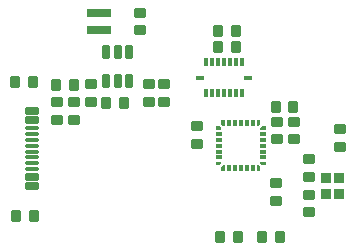
<source format=gbr>
%TF.GenerationSoftware,Altium Limited,Altium Designer,23.10.1 (27)*%
G04 Layer_Color=8421504*
%FSLAX45Y45*%
%MOMM*%
%TF.SameCoordinates,EB818210-93EB-4193-A47C-AA10A5AE6B3E*%
%TF.FilePolarity,Positive*%
%TF.FileFunction,Paste,Top*%
%TF.Part,Single*%
G01*
G75*
%TA.AperFunction,SMDPad,CuDef*%
G04:AMPARAMS|DCode=10|XSize=0.8mm|YSize=1mm|CornerRadius=0.1mm|HoleSize=0mm|Usage=FLASHONLY|Rotation=180.000|XOffset=0mm|YOffset=0mm|HoleType=Round|Shape=RoundedRectangle|*
%AMROUNDEDRECTD10*
21,1,0.80000,0.80000,0,0,180.0*
21,1,0.60000,1.00000,0,0,180.0*
1,1,0.20000,-0.30000,0.40000*
1,1,0.20000,0.30000,0.40000*
1,1,0.20000,0.30000,-0.40000*
1,1,0.20000,-0.30000,-0.40000*
%
%ADD10ROUNDEDRECTD10*%
%TA.AperFunction,TestPad*%
G04:AMPARAMS|DCode=11|XSize=0.3mm|YSize=1.15mm|CornerRadius=0.0375mm|HoleSize=0mm|Usage=FLASHONLY|Rotation=270.000|XOffset=0mm|YOffset=0mm|HoleType=Round|Shape=RoundedRectangle|*
%AMROUNDEDRECTD11*
21,1,0.30000,1.07500,0,0,270.0*
21,1,0.22500,1.15000,0,0,270.0*
1,1,0.07500,-0.53750,-0.11250*
1,1,0.07500,-0.53750,0.11250*
1,1,0.07500,0.53750,0.11250*
1,1,0.07500,0.53750,-0.11250*
%
%ADD11ROUNDEDRECTD11*%
G04:AMPARAMS|DCode=12|XSize=0.6mm|YSize=1.15mm|CornerRadius=0.075mm|HoleSize=0mm|Usage=FLASHONLY|Rotation=270.000|XOffset=0mm|YOffset=0mm|HoleType=Round|Shape=RoundedRectangle|*
%AMROUNDEDRECTD12*
21,1,0.60000,1.00000,0,0,270.0*
21,1,0.45000,1.15000,0,0,270.0*
1,1,0.15000,-0.50000,-0.22500*
1,1,0.15000,-0.50000,0.22500*
1,1,0.15000,0.50000,0.22500*
1,1,0.15000,0.50000,-0.22500*
%
%ADD12ROUNDEDRECTD12*%
%TA.AperFunction,SMDPad,CuDef*%
G04:AMPARAMS|DCode=13|XSize=0.8mm|YSize=0.9mm|CornerRadius=0.08mm|HoleSize=0mm|Usage=FLASHONLY|Rotation=180.000|XOffset=0mm|YOffset=0mm|HoleType=Round|Shape=RoundedRectangle|*
%AMROUNDEDRECTD13*
21,1,0.80000,0.74000,0,0,180.0*
21,1,0.64000,0.90000,0,0,180.0*
1,1,0.16000,-0.32000,0.37000*
1,1,0.16000,0.32000,0.37000*
1,1,0.16000,0.32000,-0.37000*
1,1,0.16000,-0.32000,-0.37000*
%
%ADD13ROUNDEDRECTD13*%
%ADD14R,2.00000X0.70000*%
%ADD15R,0.75000X0.30000*%
%ADD16R,0.30000X0.75000*%
G04:AMPARAMS|DCode=17|XSize=0.8mm|YSize=1mm|CornerRadius=0.1mm|HoleSize=0mm|Usage=FLASHONLY|Rotation=270.000|XOffset=0mm|YOffset=0mm|HoleType=Round|Shape=RoundedRectangle|*
%AMROUNDEDRECTD17*
21,1,0.80000,0.80000,0,0,270.0*
21,1,0.60000,1.00000,0,0,270.0*
1,1,0.20000,-0.40000,-0.30000*
1,1,0.20000,-0.40000,0.30000*
1,1,0.20000,0.40000,0.30000*
1,1,0.20000,0.40000,-0.30000*
%
%ADD17ROUNDEDRECTD17*%
%ADD18R,0.30000X0.25000*%
%ADD19R,0.25000X0.30000*%
%ADD20R,0.55000X0.30000*%
%ADD21R,0.30000X0.55000*%
G04:AMPARAMS|DCode=22|XSize=0.6mm|YSize=1.2mm|CornerRadius=0.075mm|HoleSize=0mm|Usage=FLASHONLY|Rotation=180.000|XOffset=0mm|YOffset=0mm|HoleType=Round|Shape=RoundedRectangle|*
%AMROUNDEDRECTD22*
21,1,0.60000,1.05000,0,0,180.0*
21,1,0.45000,1.20000,0,0,180.0*
1,1,0.15000,-0.22500,0.52500*
1,1,0.15000,0.22500,0.52500*
1,1,0.15000,0.22500,-0.52500*
1,1,0.15000,-0.22500,-0.52500*
%
%ADD22ROUNDEDRECTD22*%
G36*
X240000Y-125500D02*
X225500Y-140000D01*
X190000D01*
Y-110000D01*
X240000D01*
Y-125500D01*
D02*
G37*
G36*
X270000Y-190000D02*
X240000D01*
Y-154500D01*
X254500Y-140000D01*
X270000D01*
Y-190000D01*
D02*
G37*
G36*
Y190000D02*
X254500D01*
X240000Y204500D01*
Y240000D01*
X270000D01*
Y190000D01*
D02*
G37*
G36*
X240000Y175500D02*
Y160000D01*
X190000D01*
Y190000D01*
X225500D01*
X240000Y175500D01*
D02*
G37*
G36*
X620000Y-140000D02*
X584500D01*
X570000Y-125500D01*
Y-110000D01*
X620000D01*
Y-140000D01*
D02*
G37*
G36*
X570000Y-154500D02*
Y-190000D01*
X540000D01*
Y-140000D01*
X555500D01*
X570000Y-154500D01*
D02*
G37*
G36*
Y204500D02*
X555500Y190000D01*
X540000D01*
Y240000D01*
X570000D01*
Y204500D01*
D02*
G37*
G36*
X620000Y160000D02*
X570000D01*
Y175500D01*
X584500Y190000D01*
X620000D01*
Y160000D01*
D02*
G37*
D10*
X364368Y999190D02*
D03*
X214368D02*
D03*
X365000Y860000D02*
D03*
X215000D02*
D03*
X585000Y-750000D02*
D03*
X735000D02*
D03*
X380082Y-747811D02*
D03*
X230082D02*
D03*
X700000Y350000D02*
D03*
X850000D02*
D03*
X-585126Y389804D02*
D03*
X-735126D02*
D03*
X-1010669Y539318D02*
D03*
X-1160669D02*
D03*
X-1350000Y-575000D02*
D03*
X-1500000D02*
D03*
X-1354901Y564972D02*
D03*
X-1504901D02*
D03*
D11*
X-1362250Y25000D02*
D03*
Y75000D02*
D03*
Y-75000D02*
D03*
Y-25000D02*
D03*
Y125000D02*
D03*
Y175000D02*
D03*
Y-125000D02*
D03*
Y-175000D02*
D03*
D12*
Y240000D02*
D03*
Y320000D02*
D03*
Y-240000D02*
D03*
Y-320000D02*
D03*
D13*
X1237036Y-385001D02*
D03*
Y-245001D02*
D03*
X1127036D02*
D03*
Y-385001D02*
D03*
D14*
X-798583Y1145361D02*
D03*
Y1000361D02*
D03*
D15*
X57335Y599664D02*
D03*
X467336D02*
D03*
D16*
X112335Y469664D02*
D03*
X162335D02*
D03*
X212335D02*
D03*
X262336D02*
D03*
X312335D02*
D03*
X362335D02*
D03*
X412335D02*
D03*
Y729664D02*
D03*
X362335D02*
D03*
X312335D02*
D03*
X262336D02*
D03*
X212335D02*
D03*
X162335D02*
D03*
X112335D02*
D03*
D17*
X1241583Y165000D02*
D03*
Y15000D02*
D03*
X700000Y-440000D02*
D03*
Y-290000D02*
D03*
X982036Y-240000D02*
D03*
Y-90000D02*
D03*
Y-390001D02*
D03*
Y-540001D02*
D03*
X850521Y78098D02*
D03*
Y228098D02*
D03*
X711125Y228031D02*
D03*
Y78031D02*
D03*
X32332Y189170D02*
D03*
Y39170D02*
D03*
X-862256Y393666D02*
D03*
Y543666D02*
D03*
X-244663Y542490D02*
D03*
Y392490D02*
D03*
X-375009Y543550D02*
D03*
Y393550D02*
D03*
X-445782Y1149988D02*
D03*
Y999988D02*
D03*
X-1008918Y243951D02*
D03*
Y393951D02*
D03*
X-1155683Y242334D02*
D03*
Y392333D02*
D03*
D18*
X210000Y-125000D02*
D03*
X600000Y175000D02*
D03*
X210000D02*
D03*
X600000Y-125000D02*
D03*
D19*
X255000Y220000D02*
D03*
X555000Y-170000D02*
D03*
X255000D02*
D03*
X555000Y220000D02*
D03*
D20*
X592500Y-75000D02*
D03*
Y-25000D02*
D03*
Y25000D02*
D03*
Y75000D02*
D03*
Y125000D02*
D03*
X217500D02*
D03*
Y75000D02*
D03*
Y25000D02*
D03*
Y-25000D02*
D03*
Y-75000D02*
D03*
D21*
X505000Y212500D02*
D03*
X455000D02*
D03*
X405000D02*
D03*
X355000D02*
D03*
X305000D02*
D03*
Y-162500D02*
D03*
X355000D02*
D03*
X405000D02*
D03*
X455000D02*
D03*
X505000D02*
D03*
D22*
X-543381Y573816D02*
D03*
X-638381D02*
D03*
X-733381D02*
D03*
Y813817D02*
D03*
X-638381D02*
D03*
X-543381D02*
D03*
%TF.MD5,447597cc90bd03d3768a4ceb67241121*%
M02*

</source>
